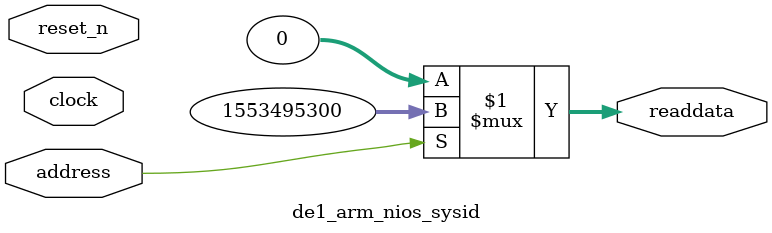
<source format=v>



// synthesis translate_off
`timescale 1ns / 1ps
// synthesis translate_on

// turn off superfluous verilog processor warnings 
// altera message_level Level1 
// altera message_off 10034 10035 10036 10037 10230 10240 10030 

module de1_arm_nios_sysid (
               // inputs:
                address,
                clock,
                reset_n,

               // outputs:
                readdata
             )
;

  output  [ 31: 0] readdata;
  input            address;
  input            clock;
  input            reset_n;

  wire    [ 31: 0] readdata;
  //control_slave, which is an e_avalon_slave
  assign readdata = address ? 1553495300 : 0;

endmodule



</source>
